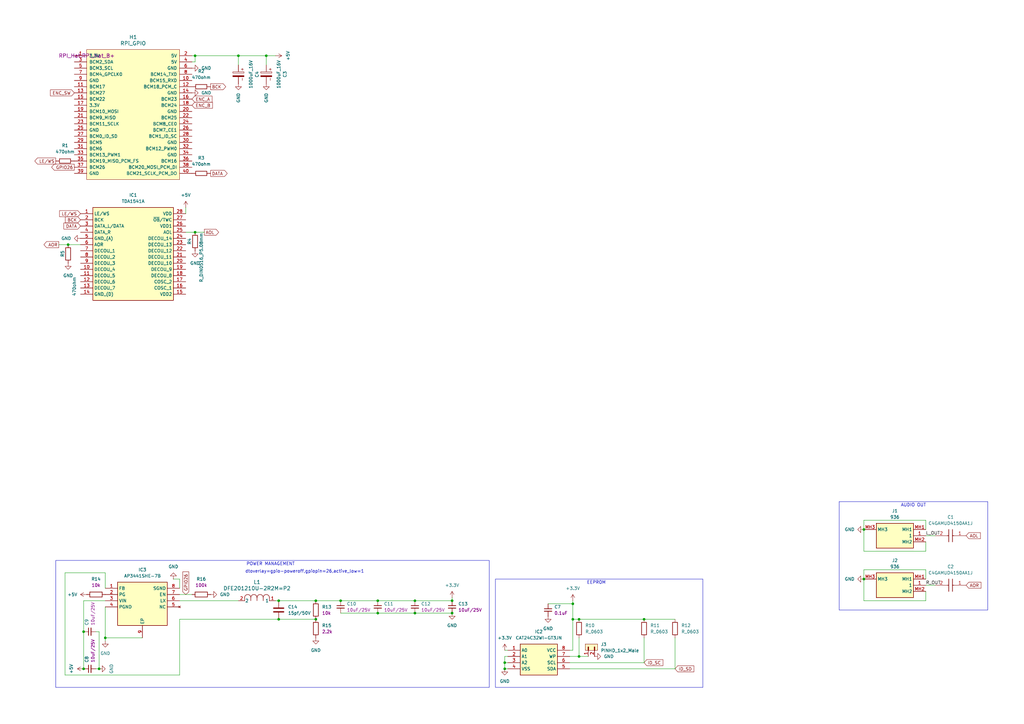
<source format=kicad_sch>
(kicad_sch (version 20231120) (generator "eeschema") (generator_version "8.0")
  (paper "A3")
  (lib_symbols
    (symbol "2024-11-03_19-57-49:DFE201210U-2R2M=P2" (pin_names (offset 0.254))
      (property "Reference" "L" (at 6.985 5.08 0))
      (property "Value" "DFE201210U-2R2M=P2" (at 6.985 -2.54 0))
      (symbol "DFE201210U-2R2M=P2_1_1"
        (polyline (pts (xy 2.54 0) (xy 2.54 1.27)) (stroke (width 0.2032)))
        (polyline (pts (xy 5.08 0) (xy 5.08 1.27)) (stroke (width 0.2032)))
        (polyline (pts (xy 7.62 0) (xy 7.62 1.27)) (stroke (width 0.2032)))
        (polyline (pts (xy 10.16 0) (xy 10.16 1.27)) (stroke (width 0.2032)))
        (polyline (pts (xy 12.7 0) (xy 12.7 1.27)) (stroke (width 0.2032)))
        (arc (start 5.08 1.27) (mid 3.81 2.5344) (end 2.54 1.27) (stroke (width 0.2032)))
        (arc (start 7.62 1.27) (mid 6.35 2.5344) (end 5.08 1.27) (stroke (width 0.2032)))
        (arc (start 10.16 1.27) (mid 8.89 2.5344) (end 7.62 1.27) (stroke (width 0.2032)))
        (arc (start 12.7 1.27) (mid 11.43 2.5344) (end 10.16 1.27) (stroke (width 0.2032)))
        (pin unspecified line (at 15.24 0 180) (length 2.54) (name "1") (number "1"))
        (pin unspecified line (at 0 0 0) (length 2.54) (name "2") (number "2"))
      )
      (symbol "DFE201210U-2R2M=P2_1_2"
        (arc (start -1.27 5.08) (mid -2.5344 3.81) (end -1.27 2.54) (stroke (width 0.2032)))
        (arc (start -1.27 7.62) (mid -2.5344 6.35) (end -1.27 5.08) (stroke (width 0.2032)))
        (arc (start -1.27 10.16) (mid -2.5344 8.89) (end -1.27 7.62) (stroke (width 0.2032)))
        (arc (start -1.27 12.7) (mid -2.5344 11.43) (end -1.27 10.16) (stroke (width 0.2032)))
        (polyline (pts (xy 0 2.54) (xy -1.27 2.54)) (stroke (width 0.2032)))
        (polyline (pts (xy 0 5.08) (xy -1.27 5.08)) (stroke (width 0.2032)))
        (polyline (pts (xy 0 7.62) (xy -1.27 7.62)) (stroke (width 0.2032)))
        (polyline (pts (xy 0 10.16) (xy -1.27 10.16)) (stroke (width 0.2032)))
        (polyline (pts (xy 0 12.7) (xy -1.27 12.7)) (stroke (width 0.2032)))
        (pin unspecified line (at 0 15.24 270) (length 2.54) (name "1") (number "1"))
        (pin unspecified line (at 0 0 90) (length 2.54) (name "2") (number "2"))
      )
    )
    (symbol "PCM_4ms_Capacitor:0.1uF_0603_16V" (pin_numbers hide) (pin_names (offset 0.254) hide)
      (property "Reference" "C" (at 1.905 1.27 0))
      (property "Display" "0.1uF" (at 1.905 -1.27 0))
      (symbol "0.1uF_0603_16V_0_1"
        (polyline (pts (xy -1.524 -0.508) (xy 1.524 -0.508)) (stroke (width 0.3302)))
        (polyline (pts (xy -1.524 0.508) (xy 1.524 0.508)) (stroke (width 0.3048)))
      )
      (symbol "0.1uF_0603_16V_1_1"
        (pin passive line (at 0 2.54 270) (length 2.032) (name "~") (number "1"))
        (pin passive line (at 0 -2.54 90) (length 2.032) (name "~") (number "2"))
      )
    )
    (symbol "PCM_4ms_Capacitor:10uF_0805_25V" (pin_numbers hide) (pin_names (offset 0.254) hide)
      (property "Reference" "C" (at 1.905 1.27 0))
      (property "Display" "10uF/25V" (at 1.905 -1.27 0))
      (symbol "10uF_0805_25V_0_1"
        (polyline (pts (xy -1.524 -0.508) (xy 1.524 -0.508)) (stroke (width 0.3302)))
        (polyline (pts (xy -1.524 0.508) (xy 1.524 0.508)) (stroke (width 0.3048)))
      )
      (symbol "10uF_0805_25V_1_1"
        (pin passive line (at 0 2.54 270) (length 2.032) (name "~") (number "1"))
        (pin passive line (at 0 -2.54 90) (length 2.032) (name "~") (number "2"))
      )
    )
    (symbol "PCM_4ms_Resistor:100k_0603" (pin_numbers hide) (pin_names (offset 0))
      (property "Reference" "R" (at 2.032 0 90))
      (property "Display" "100k" (at 3.81 0 90))
      (symbol "100k_0603_0_1"
        (rectangle (start -1.016 -2.54) (end 1.016 2.54) (stroke (width 0.254)))
      )
      (symbol "100k_0603_1_1"
        (pin passive line (at 0 3.81 270) (length 1.27) (name "~") (number "1"))
        (pin passive line (at 0 -3.81 90) (length 1.27) (name "~") (number "2"))
      )
    )
    (symbol "PCM_4ms_Resistor:10k_0603" (pin_numbers hide) (pin_names (offset 0))
      (property "Reference" "R" (at 2.032 0 90))
      (property "Display" "10k" (at 3.81 0 90))
      (symbol "10k_0603_0_1"
        (rectangle (start -1.016 -2.54) (end 1.016 2.54) (stroke (width 0.254)))
      )
      (symbol "10k_0603_1_1"
        (pin passive line (at 0 3.81 270) (length 1.27) (name "~") (number "1"))
        (pin passive line (at 0 -3.81 90) (length 1.27) (name "~") (number "2"))
      )
    )
    (symbol "PCM_4ms_Resistor:2.2k_0603" (pin_numbers hide) (pin_names (offset 0))
      (property "Reference" "R" (at 2.032 0 90))
      (property "Display" "2.2k" (at 3.81 0 90))
      (symbol "2.2k_0603_0_1"
        (rectangle (start -1.016 -2.54) (end 1.016 2.54) (stroke (width 0.254)))
      )
      (symbol "2.2k_0603_1_1"
        (pin passive line (at 0 3.81 270) (length 1.27) (name "~") (number "1"))
        (pin passive line (at 0 -3.81 90) (length 1.27) (name "~") (number "2"))
      )
    )
    (symbol "PCM_Capacitor_AKL:C_0603" (pin_numbers hide) (pin_names (offset 0.254))
      (property "Reference" "C" (at 0.635 2.54 0))
      (property "Value" "C_0603" (at 0.635 -2.54 0))
      (symbol "C_0603_0_1"
        (polyline (pts (xy -2.032 -0.762) (xy 2.032 -0.762)) (stroke (width 0.508)))
        (polyline (pts (xy -2.032 0.762) (xy 2.032 0.762)) (stroke (width 0.508)))
      )
      (symbol "C_0603_0_2"
        (polyline (pts (xy -2.54 -2.54) (xy -0.381 -0.381)))
        (polyline (pts (xy -0.508 -0.508) (xy -1.651 0.635)) (stroke (width 0.508)))
        (polyline (pts (xy -0.508 -0.508) (xy 0.635 -1.651)) (stroke (width 0.508)))
        (polyline (pts (xy 0.381 0.381) (xy 2.54 2.54)))
        (polyline (pts (xy 0.508 0.508) (xy -0.635 1.651)) (stroke (width 0.508)))
        (polyline (pts (xy 0.508 0.508) (xy 1.651 -0.635)) (stroke (width 0.508)))
      )
      (symbol "C_0603_1_1"
        (pin passive line (at 0 3.81 270) (length 2.794) (name "~") (number "1"))
        (pin passive line (at 0 -3.81 90) (length 2.794) (name "~") (number "2"))
      )
      (symbol "C_0603_1_2"
        (pin passive line (at 2.54 2.54 270) (length 0) (name "~") (number "1"))
        (pin passive line (at -2.54 -2.54 90) (length 0) (name "~") (number "2"))
      )
    )
    (symbol "PCM_Resistor_AKL:R_0603" (pin_numbers hide) (pin_names (offset 0))
      (property "Reference" "R" (at 2.54 1.27 0))
      (property "Value" "R_0603" (at 2.54 -1.27 0))
      (symbol "R_0603_0_1"
        (rectangle (start -1.016 2.54) (end 1.016 -2.54) (stroke (width 0.254)))
      )
      (symbol "R_0603_0_2"
        (polyline (pts (xy -2.54 -2.54) (xy -1.524 -1.524)))
        (polyline (pts (xy 1.524 1.524) (xy 2.54 2.54)))
        (polyline (pts (xy 1.524 1.524) (xy 0.889 2.159) (xy -2.159 -0.889) (xy -0.889 -2.159) (xy 2.159 0.889) (xy 1.524 1.524)) (stroke (width 0.254)))
      )
      (symbol "R_0603_1_1"
        (pin passive line (at 0 3.81 270) (length 1.27) (name "~") (number "1"))
        (pin passive line (at 0 -3.81 90) (length 1.27) (name "~") (number "2"))
      )
      (symbol "R_0603_1_2"
        (pin passive line (at 2.54 2.54 180) (length 0) (name "") (number "1"))
        (pin passive line (at -2.54 -2.54 0) (length 0) (name "") (number "2"))
      )
    )
    (symbol "PCM_Resistor_AKL:R_DIN0516_P5.08mm" (pin_numbers hide) (pin_names (offset 0))
      (property "Reference" "R" (at 2.54 1.27 0))
      (property "Value" "R_DIN0516_P5.08mm" (at 2.54 -1.27 0))
      (symbol "R_DIN0516_P5.08mm_0_1"
        (rectangle (start -1.016 2.54) (end 1.016 -2.54) (stroke (width 0.254)))
      )
      (symbol "R_DIN0516_P5.08mm_0_2"
        (polyline (pts (xy -2.54 -2.54) (xy -1.524 -1.524)))
        (polyline (pts (xy 1.524 1.524) (xy 2.54 2.54)))
        (polyline (pts (xy 1.524 1.524) (xy 0.889 2.159) (xy -2.159 -0.889) (xy -0.889 -2.159) (xy 2.159 0.889) (xy 1.524 1.524)) (stroke (width 0.254)))
      )
      (symbol "R_DIN0516_P5.08mm_1_1"
        (pin passive line (at 0 3.81 270) (length 1.27) (name "~") (number "1"))
        (pin passive line (at 0 -3.81 90) (length 1.27) (name "~") (number "2"))
      )
      (symbol "R_DIN0516_P5.08mm_1_2"
        (pin passive line (at 2.54 2.54 180) (length 0) (name "") (number "1"))
        (pin passive line (at -2.54 -2.54 0) (length 0) (name "") (number "2"))
      )
    )
    (symbol "PCM_SL_Capacitors:1000uF_16V"
      (property "Reference" "C" (at 0 7.62 0))
      (property "Value" "1000uF_16V" (at 0 5.08 0))
      (symbol "1000uF_16V_0_0"
        (text "+" (at -2.032 1.524 0) (effects (font (size 1.27 1.27))))
        (text "-" (at 2.032 1.524 0) (effects (font (size 1.27 1.27))))
      )
      (symbol "1000uF_16V_0_1"
        (rectangle (start -1.016 -2.286) (end -0.508 2.286))
        (rectangle (start 0.508 -2.286) (end 1.016 2.286) (fill (type outline)))
      )
      (symbol "1000uF_16V_1_1"
        (pin passive line (at -3.81 0 0) (length 2.7) (name "~") (number "1"))
        (pin input line (at 3.81 0 180) (length 2.7) (name "~") (number "2"))
      )
    )
    (symbol "PCM_SL_Pin_Headers:PINHD_1x2_Male"
      (property "Reference" "J" (at 0 6.35 0))
      (property "Value" "PINHD_1x2_Male" (at 0 3.81 0))
      (symbol "PINHD_1x2_Male_0_1"
        (rectangle (start -1.27 2.54) (end 1.27 -2.54) (fill (type background)))
        (polyline (pts (xy -1.27 -1.27) (xy 0 -1.27)) (stroke (width 0.3)))
        (polyline (pts (xy -1.27 -1.27) (xy 0 -1.27)) (stroke (width 0.5)))
        (polyline (pts (xy -1.27 1.27) (xy 0 1.27)) (stroke (width 0.3)))
        (polyline (pts (xy -1.27 1.27) (xy 0 1.27)) (stroke (width 0.5)))
      )
      (symbol "PINHD_1x2_Male_1_1"
        (pin passive line (at -3.81 1.27 0) (length 2.54) (name "") (number "1"))
        (pin passive line (at -3.81 -1.27 0) (length 2.54) (name "") (number "2"))
      )
    )
    (symbol "PCM_SL_Resistors:470ohm"
      (property "Reference" "R" (at 0 5.08 0))
      (property "Value" "470ohm" (at 0 2.54 0))
      (symbol "470ohm_0_1"
        (rectangle (start -2.286 0.889) (end 2.286 -0.889) (stroke (width 0.24)))
      )
      (symbol "470ohm_1_1"
        (pin passive line (at -3.81 0 0) (length 1.5) (name "") (number "1"))
        (pin passive line (at 3.81 0 180) (length 1.5) (name "~") (number "2"))
      )
    )
    (symbol "RPi_Hat:RPi_GPIO" (pin_names (offset 1.016))
      (property "Reference" "H" (at 19.05 6.35 0))
      (property "Value" "RPi_GPIO" (at 19.05 3.81 0))
      (property "Footprint" "RPI_Hat:RPI_Hat_B+" (at 0 0 0))
      (symbol "RPi_GPIO_1_1"
        (rectangle (start 0 2.54) (end 38.1 -50.8) (fill (type background)))
        (pin power_in line (at -5.08 0 0) (length 5.08) (name "3.3V") (number "1"))
        (pin bidirectional line (at 43.18 -10.16 180) (length 5.08) (name "BCM15_RXD") (number "10"))
        (pin bidirectional line (at -5.08 -12.7 0) (length 5.08) (name "BCM17") (number "11"))
        (pin bidirectional line (at 43.18 -12.7 180) (length 5.08) (name "BCM18_PCM_C") (number "12"))
        (pin bidirectional line (at -5.08 -15.24 0) (length 5.08) (name "BCM27") (number "13"))
        (pin power_in line (at 43.18 -15.24 180) (length 5.08) (name "GND") (number "14"))
        (pin bidirectional line (at -5.08 -17.78 0) (length 5.08) (name "BCM22") (number "15"))
        (pin bidirectional line (at 43.18 -17.78 180) (length 5.08) (name "BCM23") (number "16"))
        (pin power_in line (at -5.08 -20.32 0) (length 5.08) (name "3.3V") (number "17"))
        (pin bidirectional line (at 43.18 -20.32 180) (length 5.08) (name "BCM24") (number "18"))
        (pin bidirectional line (at -5.08 -22.86 0) (length 5.08) (name "BCM10_MOSI") (number "19"))
        (pin power_in line (at 43.18 0 180) (length 5.08) (name "5V") (number "2"))
        (pin power_in line (at 43.18 -22.86 180) (length 5.08) (name "GND") (number "20"))
        (pin bidirectional line (at -5.08 -25.4 0) (length 5.08) (name "BCM9_MISO") (number "21"))
        (pin bidirectional line (at 43.18 -25.4 180) (length 5.08) (name "BCM25") (number "22"))
        (pin bidirectional line (at -5.08 -27.94 0) (length 5.08) (name "BCM11_SCLK") (number "23"))
        (pin bidirectional line (at 43.18 -27.94 180) (length 5.08) (name "BCM8_CE0") (number "24"))
        (pin power_in line (at -5.08 -30.48 0) (length 5.08) (name "GND") (number "25"))
        (pin bidirectional line (at 43.18 -30.48 180) (length 5.08) (name "BCM7_CE1") (number "26"))
        (pin bidirectional line (at -5.08 -33.02 0) (length 5.08) (name "BCM0_ID_SD") (number "27"))
        (pin bidirectional line (at 43.18 -33.02 180) (length 5.08) (name "BCM1_ID_SC") (number "28"))
        (pin bidirectional line (at -5.08 -35.56 0) (length 5.08) (name "BCM5") (number "29"))
        (pin bidirectional line (at -5.08 -2.54 0) (length 5.08) (name "BCM2_SDA") (number "3"))
        (pin power_in line (at 43.18 -35.56 180) (length 5.08) (name "GND") (number "30"))
        (pin bidirectional line (at -5.08 -38.1 0) (length 5.08) (name "BCM6") (number "31"))
        (pin bidirectional line (at 43.18 -38.1 180) (length 5.08) (name "BCM12_PWM0") (number "32"))
        (pin bidirectional line (at -5.08 -40.64 0) (length 5.08) (name "BCM13_PWM1") (number "33"))
        (pin power_in line (at 43.18 -40.64 180) (length 5.08) (name "GND") (number "34"))
        (pin bidirectional line (at -5.08 -43.18 0) (length 5.08) (name "BCM19_MISO_PCM_FS") (number "35"))
        (pin bidirectional line (at 43.18 -43.18 180) (length 5.08) (name "BCM16") (number "36"))
        (pin bidirectional line (at -5.08 -45.72 0) (length 5.08) (name "BCM26") (number "37"))
        (pin bidirectional line (at 43.18 -45.72 180) (length 5.08) (name "BCM20_MOSI_PCM_DI") (number "38"))
        (pin power_in line (at -5.08 -48.26 0) (length 5.08) (name "GND") (number "39"))
        (pin power_in line (at 43.18 -2.54 180) (length 5.08) (name "5V") (number "4"))
        (pin bidirectional line (at 43.18 -48.26 180) (length 5.08) (name "BCM21_SCLK_PCM_DO") (number "40"))
        (pin bidirectional line (at -5.08 -5.08 0) (length 5.08) (name "BCM3_SCL") (number "5"))
        (pin power_in line (at 43.18 -5.08 180) (length 5.08) (name "GND") (number "6"))
        (pin bidirectional line (at -5.08 -7.62 0) (length 5.08) (name "BCM4_GPCLK0") (number "7"))
        (pin bidirectional line (at 43.18 -7.62 180) (length 5.08) (name "BCM14_TXD") (number "8"))
        (pin power_in line (at -5.08 -10.16 0) (length 5.08) (name "GND") (number "9"))
      )
    )
    (symbol "SamacSys_Parts:936"
      (property "Reference" "J" (at 21.59 7.62 0))
      (property "Value" "936" (at 21.59 5.08 0))
      (symbol "936_1_1"
        (rectangle (start 5.08 2.54) (end 20.32 -7.62) (stroke (width 0.254)) (fill (type background)))
        (pin passive line (at 25.4 -2.54 180) (length 5.08) (name "1") (number "1"))
        (pin passive line (at 25.4 0 180) (length 5.08) (name "MH1") (number "MH1"))
        (pin passive line (at 25.4 -5.08 180) (length 5.08) (name "MH2") (number "MH2"))
        (pin passive line (at 0 0 0) (length 5.08) (name "MH3") (number "MH3"))
      )
    )
    (symbol "SamacSys_Parts:AP3441SHE-7B"
      (property "Reference" "IC" (at 26.67 7.62 0))
      (property "Value" "AP3441SHE-7B" (at 26.67 5.08 0))
      (symbol "AP3441SHE-7B_1_1"
        (rectangle (start 5.08 2.54) (end 25.4 -15.24) (stroke (width 0.254)) (fill (type background)))
        (pin passive line (at 0 0 0) (length 5.08) (name "FB") (number "1"))
        (pin passive line (at 0 -2.54 0) (length 5.08) (name "PG") (number "2"))
        (pin passive line (at 0 -5.08 0) (length 5.08) (name "VIN") (number "3"))
        (pin passive line (at 0 -7.62 0) (length 5.08) (name "PGND") (number "4"))
        (pin no_connect line (at 30.48 -7.62 180) (length 5.08) (name "NC") (number "5"))
        (pin passive line (at 30.48 -5.08 180) (length 5.08) (name "LX") (number "6"))
        (pin passive line (at 30.48 -2.54 180) (length 5.08) (name "EN") (number "7"))
        (pin passive line (at 30.48 0 180) (length 5.08) (name "SGND") (number "8"))
        (pin passive line (at 15.24 -20.32 90) (length 5.08) (name "EP") (number "9"))
      )
    )
    (symbol "SamacSys_Parts:C4GAMUD4150AA1J" (pin_names hide)
      (property "Reference" "C" (at 8.89 6.35 0))
      (property "Value" "C4GAMUD4150AA1J" (at 8.89 3.81 0))
      (symbol "C4GAMUD4150AA1J_1_1"
        (polyline (pts (xy 5.08 0) (xy 5.588 0)) (stroke (width 0.254)))
        (polyline (pts (xy 5.588 2.54) (xy 5.588 -2.54)) (stroke (width 0.254)))
        (polyline (pts (xy 7.112 0) (xy 7.62 0)) (stroke (width 0.254)))
        (polyline (pts (xy 7.112 2.54) (xy 7.112 -2.54)) (stroke (width 0.254)))
        (pin passive line (at 0 0 0) (length 5.08) (name "+") (number "1"))
        (pin passive line (at 12.7 0 180) (length 5.08) (name "-") (number "2"))
      )
    )
    (symbol "SamacSys_Parts:CAT24C32WI-GT3JN"
      (property "Reference" "IC" (at 21.59 7.62 0))
      (property "Value" "CAT24C32WI-GT3JN" (at 21.59 5.08 0))
      (symbol "CAT24C32WI-GT3JN_1_1"
        (rectangle (start 5.08 2.54) (end 20.32 -10.16) (stroke (width 0.254)) (fill (type background)))
        (pin input line (at 0 0 0) (length 5.08) (name "A0") (number "1"))
        (pin input line (at 0 -2.54 0) (length 5.08) (name "A1") (number "2"))
        (pin input line (at 0 -5.08 0) (length 5.08) (name "A2") (number "3"))
        (pin power_in line (at 0 -7.62 0) (length 5.08) (name "VSS") (number "4"))
        (pin bidirectional line (at 25.4 -7.62 180) (length 5.08) (name "SDA") (number "5"))
        (pin input line (at 25.4 -5.08 180) (length 5.08) (name "SCL") (number "6"))
        (pin input line (at 25.4 -2.54 180) (length 5.08) (name "WP") (number "7"))
        (pin power_in line (at 25.4 0 180) (length 5.08) (name "VCC") (number "8"))
      )
    )
    (symbol "SamacSys_Parts:TDA1541A"
      (property "Reference" "IC" (at 39.37 7.62 0))
      (property "Value" "TDA1541A" (at 39.37 5.08 0))
      (symbol "TDA1541A_1_1"
        (rectangle (start 5.08 2.54) (end 38.1 -35.56) (stroke (width 0.254)) (fill (type background)))
        (pin passive line (at 0 0 0) (length 5.08) (name "LE/WS") (number "1"))
        (pin passive line (at 0 -22.86 0) (length 5.08) (name "DECOU_4") (number "10"))
        (pin passive line (at 0 -25.4 0) (length 5.08) (name "DECOU_5") (number "11"))
        (pin passive line (at 0 -27.94 0) (length 5.08) (name "DECOU_6") (number "12"))
        (pin passive line (at 0 -30.48 0) (length 5.08) (name "DECOU_7") (number "13"))
        (pin passive line (at 0 -33.02 0) (length 5.08) (name "GND_(D)") (number "14"))
        (pin passive line (at 43.18 -33.02 180) (length 5.08) (name "VDD2") (number "15"))
        (pin passive line (at 43.18 -30.48 180) (length 5.08) (name "COSC_1") (number "16"))
        (pin passive line (at 43.18 -27.94 180) (length 5.08) (name "COSC_2") (number "17"))
        (pin passive line (at 43.18 -25.4 180) (length 5.08) (name "DECOU_8") (number "18"))
        (pin passive line (at 43.18 -22.86 180) (length 5.08) (name "DECOU_9") (number "19"))
        (pin passive line (at 0 -2.54 0) (length 5.08) (name "BCK") (number "2"))
        (pin passive line (at 43.18 -20.32 180) (length 5.08) (name "DECOU_10") (number "20"))
        (pin passive line (at 43.18 -17.78 180) (length 5.08) (name "DECOU_11") (number "21"))
        (pin passive line (at 43.18 -15.24 180) (length 5.08) (name "DECOU_12") (number "22"))
        (pin passive line (at 43.18 -12.7 180) (length 5.08) (name "DECOU_13") (number "23"))
        (pin passive line (at 43.18 -10.16 180) (length 5.08) (name "DECOU_14") (number "24"))
        (pin passive line (at 43.18 -7.62 180) (length 5.08) (name "AOL") (number "25"))
        (pin passive line (at 43.18 -5.08 180) (length 5.08) (name "VDD1") (number "26"))
        (pin passive line (at 43.18 -2.54 180) (length 5.08) (name "~{OB}/TWC") (number "27"))
        (pin passive line (at 43.18 0 180) (length 5.08) (name "VDD") (number "28"))
        (pin passive line (at 0 -5.08 0) (length 5.08) (name "DATA_L/DATA") (number "3"))
        (pin passive line (at 0 -7.62 0) (length 5.08) (name "DATA_R") (number "4"))
        (pin passive line (at 0 -10.16 0) (length 5.08) (name "GND_(A)") (number "5"))
        (pin passive line (at 0 -12.7 0) (length 5.08) (name "AOR") (number "6"))
        (pin passive line (at 0 -15.24 0) (length 5.08) (name "DECOU_1") (number "7"))
        (pin passive line (at 0 -17.78 0) (length 5.08) (name "DECOU_2") (number "8"))
        (pin passive line (at 0 -20.32 0) (length 5.08) (name "DECOU_3") (number "9"))
      )
    )
    (symbol "power:+3.3V" (power) (pin_numbers hide) (pin_names (offset 0) hide)
      (property "Value" "+3.3V" (at 0 3.556 0))
      (symbol "+3.3V_0_1"
        (polyline (pts (xy -0.762 1.27) (xy 0 2.54)))
        (polyline (pts (xy 0 0) (xy 0 2.54)))
        (polyline (pts (xy 0 2.54) (xy 0.762 1.27)))
      )
      (symbol "+3.3V_1_1"
        (pin power_in line (at 0 0 90) (length 0) (name "~") (number "1"))
      )
    )
    (symbol "power:+5V" (power) (pin_numbers hide) (pin_names (offset 0) hide)
      (property "Value" "+5V" (at 0 3.556 0))
      (symbol "+5V_0_1"
        (polyline (pts (xy -0.762 1.27) (xy 0 2.54)))
        (polyline (pts (xy 0 0) (xy 0 2.54)))
        (polyline (pts (xy 0 2.54) (xy 0.762 1.27)))
      )
      (symbol "+5V_1_1"
        (pin power_in line (at 0 0 90) (length 0) (name "~") (number "1"))
      )
    )
    (symbol "power:GND" (power) (pin_numbers hide) (pin_names (offset 0) hide)
      (property "Value" "GND" (at 0 -3.81 0))
      (symbol "GND_0_1"
        (polyline (pts (xy 0 0) (xy 0 -1.27) (xy 1.27 -1.27) (xy 0 -2.54) (xy -1.27 -1.27) (xy 0 -1.27)))
      )
      (symbol "GND_1_1"
        (pin power_in line (at 0 0 270) (length 0) (name "~") (number "1"))
      )
    )
  )
  (junction (at 154.94 246.38))
  (junction (at 185.42 246.38))
  (junction (at 170.18 246.38))
  (junction (at 97.79 22.86))
  (junction (at 237.49 254))
  (junction (at 154.94 251.46))
  (junction (at 129.54 246.38))
  (junction (at 237.49 269.24))
  (junction (at 139.7 246.38))
  (junction (at 129.54 254))
  (junction (at 264.16 254))
  (junction (at 114.3 246.38))
  (junction (at 27.94 100.33))
  (junction (at 207.01 271.78))
  (junction (at 234.95 254))
  (junction (at 80.01 95.25))
  (junction (at 170.18 251.46))
  (junction (at 34.29 259.08))
  (junction (at 207.01 274.32))
  (junction (at 185.42 251.46))
  (junction (at 234.95 247.65))
  (junction (at 80.01 22.86))
  (junction (at 34.29 274.32))
  (junction (at 354.33 217.17))
  (junction (at 40.64 274.32))
  (junction (at 43.18 261.62))
  (junction (at 109.22 22.86))
  (junction (at 114.3 254))
  (junction (at 354.33 237.49))
  (wire (pts (xy 73.66 246.38) (xy 97.79 246.38)))
  (wire (pts (xy 379.73 222.25) (xy 379.73 226.06)))
  (wire (pts (xy 80.01 95.25) (xy 83.82 95.25)))
  (wire (pts (xy 207.01 271.78) (xy 207.01 274.32)))
  (wire (pts (xy 354.33 237.49) (xy 354.33 246.38)))
  (wire (pts (xy 237.49 254) (xy 264.16 254)))
  (wire (pts (xy 233.68 266.7) (xy 234.95 266.7)))
  (wire (pts (xy 276.86 274.32) (xy 276.86 261.62)))
  (wire (pts (xy 26.67 276.86) (xy 73.66 276.86)))
  (wire (pts (xy 207.01 269.24) (xy 207.01 271.78)))
  (wire (pts (xy 154.94 251.46) (xy 170.18 251.46)))
  (wire (pts (xy 97.79 26.67) (xy 97.79 22.86)))
  (wire (pts (xy 264.16 254) (xy 276.86 254)))
  (wire (pts (xy 34.29 274.32) (xy 34.29 259.08)))
  (wire (pts (xy 114.3 246.38) (xy 129.54 246.38)))
  (wire (pts (xy 234.95 247.65) (xy 234.95 254)))
  (wire (pts (xy 379.73 242.57) (xy 379.73 246.38)))
  (wire (pts (xy 129.54 246.38) (xy 139.7 246.38)))
  (wire (pts (xy 43.18 261.62) (xy 43.18 248.92)))
  (wire (pts (xy 207.01 274.32) (xy 208.28 274.32)))
  (wire (pts (xy 34.29 246.38) (xy 43.18 246.38)))
  (wire (pts (xy 40.64 259.08) (xy 39.37 259.08)))
  (wire (pts (xy 354.33 217.17) (xy 354.33 213.36)))
  (wire (pts (xy 26.67 234.95) (xy 26.67 276.86)))
  (wire (pts (xy 354.33 233.68) (xy 354.33 237.49)))
  (wire (pts (xy 170.18 246.38) (xy 185.42 246.38)))
  (wire (pts (xy 27.94 100.33) (xy 33.02 100.33)))
  (wire (pts (xy 234.95 246.38) (xy 234.95 247.65)))
  (wire (pts (xy 78.74 25.4) (xy 80.01 25.4)))
  (wire (pts (xy 24.13 100.33) (xy 27.94 100.33)))
  (wire (pts (xy 73.66 237.49) (xy 73.66 241.3)))
  (wire (pts (xy 34.29 259.08) (xy 34.29 246.38)))
  (wire (pts (xy 234.95 254) (xy 237.49 254)))
  (wire (pts (xy 43.18 234.95) (xy 26.67 234.95)))
  (wire (pts (xy 208.28 269.24) (xy 207.01 269.24)))
  (wire (pts (xy 109.22 22.86) (xy 97.79 22.86)))
  (wire (pts (xy 354.33 217.17) (xy 354.33 226.06)))
  (wire (pts (xy 233.68 269.24) (xy 237.49 269.24)))
  (wire (pts (xy 233.68 274.32) (xy 276.86 274.32)))
  (wire (pts (xy 234.95 247.65) (xy 224.79 247.65)))
  (wire (pts (xy 139.7 251.46) (xy 154.94 251.46)))
  (wire (pts (xy 80.01 22.86) (xy 80.01 25.4)))
  (wire (pts (xy 73.66 276.86) (xy 73.66 254)))
  (wire (pts (xy 379.73 213.36) (xy 379.73 217.17)))
  (wire (pts (xy 39.37 274.32) (xy 40.64 274.32)))
  (wire (pts (xy 71.12 237.49) (xy 73.66 237.49)))
  (wire (pts (xy 114.3 246.38) (xy 113.03 246.38)))
  (wire (pts (xy 73.66 243.84) (xy 78.74 243.84)))
  (wire (pts (xy 383.54 240.03) (xy 379.73 240.03)))
  (wire (pts (xy 234.95 254) (xy 234.95 266.7)))
  (wire (pts (xy 170.18 251.46) (xy 185.42 251.46)))
  (wire (pts (xy 43.18 261.62) (xy 58.42 261.62)))
  (wire (pts (xy 73.66 254) (xy 114.3 254)))
  (wire (pts (xy 154.94 246.38) (xy 170.18 246.38)))
  (wire (pts (xy 379.73 237.49) (xy 379.73 233.68)))
  (wire (pts (xy 114.3 254) (xy 129.54 254)))
  (wire (pts (xy 237.49 269.24) (xy 241.3 269.24)))
  (wire (pts (xy 237.49 269.24) (xy 237.49 261.62)))
  (wire (pts (xy 43.18 262.89) (xy 43.18 261.62)))
  (wire (pts (xy 207.01 271.78) (xy 208.28 271.78)))
  (wire (pts (xy 113.03 22.86) (xy 109.22 22.86)))
  (wire (pts (xy 233.68 271.78) (xy 264.16 271.78)))
  (wire (pts (xy 76.2 85.09) (xy 76.2 87.63)))
  (wire (pts (xy 76.2 95.25) (xy 80.01 95.25)))
  (wire (pts (xy 354.33 213.36) (xy 379.73 213.36)))
  (wire (pts (xy 43.18 241.3) (xy 43.18 234.95)))
  (wire (pts (xy 40.64 274.32) (xy 40.64 259.08)))
  (wire (pts (xy 354.33 246.38) (xy 379.73 246.38)))
  (wire (pts (xy 379.73 219.71) (xy 383.54 219.71)))
  (wire (pts (xy 78.74 22.86) (xy 80.01 22.86)))
  (wire (pts (xy 379.73 233.68) (xy 354.33 233.68)))
  (wire (pts (xy 207.01 266.7) (xy 208.28 266.7)))
  (wire (pts (xy 264.16 271.78) (xy 264.16 261.62)))
  (wire (pts (xy 109.22 26.67) (xy 109.22 22.86)))
  (wire (pts (xy 379.73 226.06) (xy 354.33 226.06)))
  (wire (pts (xy 80.01 22.86) (xy 97.79 22.86)))
  (wire (pts (xy 185.42 245.11) (xy 185.42 246.38)))
  (wire (pts (xy 139.7 246.38) (xy 154.94 246.38)))
  (rectangle (start 203.2 237.49) (end 288.29 281.94))
  (rectangle (start 344.17 205.74) (end 405.13 250.19))
  (rectangle (start 22.86 229.87) (end 200.66 281.94))
  (text "EEPROM" (at 244.602 239.014 0) (effects (font (size 1.27 1.27))))
  (text "dtoverlay=gpio-poweroff,gpiopin=26,active_low=1" (at 124.968 234.442 0) (effects (font (size 1.27 1.27))))
  (text "POWER MANAGEMENT" (at 110.998 231.394 0) (effects (font (size 1.27 1.27))))
  (text "AUDIO OUT" (at 374.65 207.264 0) (effects (font (size 1.27 1.27))))
  (label "R_OUT" (at 379.73 240.03 0))
  (label "L_OUT" (at 379.73 219.71 0))
  (global_label "AOR" (shape output) (at 24.13 100.33 180) (property "Intersheetrefs" "${INTERSHEET_REFS}" (effects (hide yes))))
  (global_label "GPIO26" (shape output) (at 30.48 68.58 180) (property "Intersheetrefs" "${INTERSHEET_REFS}" (effects (hide yes))))
  (global_label "ENC_SW" (shape input) (at 30.48 38.1 180) (property "Intersheetrefs" "${INTERSHEET_REFS}" (effects (hide yes))))
  (global_label "LE{slash}WS" (shape output) (at 22.86 66.04 180) (property "Intersheetrefs" "${INTERSHEET_REFS}" (effects (hide yes))))
  (global_label "DATA" (shape output) (at 86.36 71.12 0) (property "Intersheetrefs" "${INTERSHEET_REFS}" (effects (hide yes))))
  (global_label "AOL" (shape output) (at 83.82 95.25 0) (property "Intersheetrefs" "${INTERSHEET_REFS}" (effects (hide yes))))
  (global_label "ID_SC" (shape input) (at 264.16 271.78 0) (property "Intersheetrefs" "${INTERSHEET_REFS}" (effects (hide yes))))
  (global_label "AOL" (shape input) (at 396.24 219.71 0) (property "Intersheetrefs" "${INTERSHEET_REFS}" (effects (hide yes))))
  (global_label "ENC_A" (shape input) (at 78.74 40.64 0) (property "Intersheetrefs" "${INTERSHEET_REFS}" (effects (hide yes))))
  (global_label "BCK" (shape output) (at 86.36 35.56 0) (property "Intersheetrefs" "${INTERSHEET_REFS}" (effects (hide yes))))
  (global_label "ID_SD" (shape input) (at 276.86 274.32 0) (property "Intersheetrefs" "${INTERSHEET_REFS}" (effects (hide yes))))
  (global_label "BCK" (shape input) (at 33.02 90.17 180) (property "Intersheetrefs" "${INTERSHEET_REFS}" (effects (hide yes))))
  (global_label "LE{slash}WS" (shape input) (at 33.02 87.63 180) (property "Intersheetrefs" "${INTERSHEET_REFS}" (effects (hide yes))))
  (global_label "ENC_B" (shape input) (at 78.74 43.18 0) (property "Intersheetrefs" "${INTERSHEET_REFS}" (effects (hide yes))))
  (global_label "DATA" (shape input) (at 33.02 92.71 180) (property "Intersheetrefs" "${INTERSHEET_REFS}" (effects (hide yes))))
  (global_label "GPIO26" (shape input) (at 76.2 243.84 90) (property "Intersheetrefs" "${INTERSHEET_REFS}" (effects (hide yes))))
  (global_label "AOR" (shape input) (at 396.24 240.03 0) (property "Intersheetrefs" "${INTERSHEET_REFS}" (effects (hide yes))))
  (symbol (lib_id "power:+3.3V") (at 207.01 266.7 0) (unit 1)
    (property "Reference" "#PWR018" (effects (hide yes)))
    (property "Value" "+3.3V" (at 207.01 261.62 0))
    (property "Description" "Power symbol creates a global label with name \"+3.3V\"" (effects (hide yes)))
  )
  (symbol (lib_id "PCM_4ms_Resistor:10k_0603") (at 129.54 250.19 0) (unit 1)
    (property "Reference" "R13" (at 132.08 248.9199 0) (effects (justify left)))
    (property "Value" "10k_0603" (effects (hide yes)))
    (property "Footprint" "PCM_Resistor_SMD_AKL:R_0603_1608Metric" (effects (hide yes)))
    (property "Description" "10K, 1%, 1/10W, 0603" (effects (hide yes)))
    (property "Specifications" "10K, 1%, 1/10W, 0603" (effects (hide yes)))
    (property "Manufacturer" "Yageo" (effects (hide yes)))
    (property "Part Number" "RC0603FR-0710KL" (effects (hide yes)))
    (property "Display" "10k" (at 132.08 251.4599 0) (effects (justify left)))
    (property "JLCPCB ID" "C25804" (effects (hide yes)))
  )
  (symbol (lib_id "PCM_SL_Resistors:470ohm") (at 26.67 66.04 0) (unit 1)
    (property "Reference" "R1" (at 26.67 59.69 0))
    (property "Value" "470ohm" (at 26.67 62.23 0))
    (property "Footprint" "Resistor_THT:R_Axial_DIN0207_L6.3mm_D2.5mm_P10.16mm_Horizontal" (effects (hide yes)))
    (property "Description" "470Ω, 1/4W Resistor" (effects (hide yes)))
  )
  (symbol (lib_id "PCM_4ms_Capacitor:10uF_0805_25V") (at 139.7 248.92 0) (unit 1)
    (property "Reference" "C10" (at 142.24 247.6562 0) (effects (justify left)))
    (property "Value" "10uF_0805_25V" (effects (hide yes)))
    (property "Footprint" "Capacitor_SMD:C_0603_1608Metric" (effects (hide yes)))
    (property "Description" "10uF, Min. 25V, X5R/X6S/X7R/X7S, 0805, MLCC" (effects (hide yes)))
    (property "Specifications" "10uF, Min. 25V, X5R/X6S/X7R/X7S, 0805, MLCC" (effects (hide yes)))
    (property "Manufacturer" "Murata" (effects (hide yes)))
    (property "Part Number" "GRM21BR61E106MA73L" (effects (hide yes)))
    (property "Display" "10uF/25V" (at 142.24 250.1962 0) (effects (justify left)))
    (property "JLCPCB ID" "C15850" (effects (hide yes)))
  )
  (symbol (lib_id "power:GND") (at 80.01 102.87 0) (unit 1)
    (property "Reference" "#PWR07" (effects (hide yes)))
    (property "Value" "GND" (at 80.01 107.95 0))
    (property "Description" "Power symbol creates a global label with name \"GND\" , ground" (effects (hide yes)))
  )
  (symbol (lib_id "PCM_SL_Resistors:470ohm") (at 82.55 35.56 180) (unit 1)
    (property "Reference" "R2" (at 82.55 29.21 0))
    (property "Value" "470ohm" (at 82.55 31.75 0))
    (property "Footprint" "Resistor_THT:R_Axial_DIN0207_L6.3mm_D2.5mm_P10.16mm_Horizontal" (effects (hide yes)))
    (property "Description" "470Ω, 1/4W Resistor" (effects (hide yes)))
  )
  (symbol (lib_id "PCM_4ms_Capacitor:10uF_0805_25V") (at 154.94 248.92 0) (unit 1)
    (property "Reference" "C11" (at 157.48 247.6562 0) (effects (justify left)))
    (property "Value" "10uF_0805_25V" (effects (hide yes)))
    (property "Footprint" "Capacitor_SMD:C_0603_1608Metric" (effects (hide yes)))
    (property "Description" "10uF, Min. 25V, X5R/X6S/X7R/X7S, 0805, MLCC" (effects (hide yes)))
    (property "Specifications" "10uF, Min. 25V, X5R/X6S/X7R/X7S, 0805, MLCC" (effects (hide yes)))
    (property "Manufacturer" "Murata" (effects (hide yes)))
    (property "Part Number" "GRM21BR61E106MA73L" (effects (hide yes)))
    (property "Display" "10uF/25V" (at 157.48 250.1962 0) (effects (justify left)))
    (property "JLCPCB ID" "C15850" (effects (hide yes)))
  )
  (symbol (lib_id "power:GND") (at 71.12 237.49 180) (unit 1)
    (property "Reference" "#PWR027" (effects (hide yes)))
    (property "Value" "GND" (at 71.12 232.41 0))
    (property "Description" "Power symbol creates a global label with name \"GND\" , ground" (effects (hide yes)))
  )
  (symbol (lib_id "PCM_Resistor_AKL:R_DIN0516_P5.08mm") (at 80.01 99.06 180) (unit 1)
    (property "Reference" "R4" (at 77.724 100.33 90) (effects (justify right)))
    (property "Value" "R_DIN0516_P5.08mm" (at 82.55 115.824 90) (effects (justify right)))
    (property "Footprint" "PCM_Resistor_THT_AKL:R_Axial_DIN0516_L15.5mm_D5.0mm_P5.08mm_Vertical" (effects (hide yes)))
    (property "Description" "THT 0516 Resistor, 5.08mm Pin Pitch, European Symbol, Alternate KiCad Library" (effects (hide yes)))
  )
  (symbol (lib_id "SamacSys_Parts:TDA1541A") (at 33.02 87.63 0) (unit 1)
    (property "Reference" "IC1" (at 54.61 80.01 0))
    (property "Value" "TDA1541A" (at 54.61 82.55 0))
    (property "Footprint" "DIP1652W53P254L3550H510Q28N" (effects (hide yes)))
    (property "Datasheet" "http://lampizator.eu/LAMPIZATOR/LINKS%20AND%20DOWNLOADS/DATAMINING/tda%201541A.pdf" (effects (hide yes)))
    (property "Description" "Stereo high performance 16-bit DAC" (effects (hide yes)))
    (property "Height" "5.1" (effects (hide yes)))
    (property "Manufacturer_Name" "NXP" (effects (hide yes)))
    (property "Manufacturer_Part_Number" "TDA1541A" (effects (hide yes)))
  )
  (symbol (lib_id "power:+5V") (at 35.56 243.84 90) (unit 1)
    (property "Reference" "#PWR026" (effects (hide yes)))
    (property "Value" "+5V" (at 31.75 243.8399 90) (effects (justify left)))
    (property "Description" "Power symbol creates a global label with name \"+5V\"" (effects (hide yes)))
  )
  (symbol (lib_id "power:+5V") (at 34.29 274.32 90) (unit 1)
    (property "Reference" "#PWR022" (effects (hide yes)))
    (property "Value" "+5V" (at 29.21 274.32 0))
    (property "Description" "Power symbol creates a global label with name \"+5V\"" (effects (hide yes)))
  )
  (symbol (lib_id "PCM_4ms_Capacitor:10uF_0805_25V") (at 36.83 259.08 90) (unit 1)
    (property "Reference" "C9" (at 35.5662 256.54 0) (effects (justify left)))
    (property "Value" "10uF_0805_25V" (effects (hide yes)))
    (property "Footprint" "Capacitor_SMD:C_0603_1608Metric" (effects (hide yes)))
    (property "Description" "10uF, Min. 25V, X5R/X6S/X7R/X7S, 0805, MLCC" (effects (hide yes)))
    (property "Specifications" "10uF, Min. 25V, X5R/X6S/X7R/X7S, 0805, MLCC" (effects (hide yes)))
    (property "Manufacturer" "Murata" (effects (hide yes)))
    (property "Part Number" "GRM21BR61E106MA73L" (effects (hide yes)))
    (property "Display" "10uF/25V" (at 38.1062 256.54 0) (effects (justify left)))
    (property "JLCPCB ID" "C15850" (effects (hide yes)))
  )
  (symbol (lib_id "PCM_4ms_Capacitor:10uF_0805_25V") (at 36.83 274.32 90) (unit 1)
    (property "Reference" "C8" (at 35.5662 271.78 0) (effects (justify left)))
    (property "Value" "10uF_0805_25V" (effects (hide yes)))
    (property "Footprint" "Capacitor_SMD:C_0603_1608Metric" (effects (hide yes)))
    (property "Description" "10uF, Min. 25V, X5R/X6S/X7R/X7S, 0805, MLCC" (effects (hide yes)))
    (property "Specifications" "10uF, Min. 25V, X5R/X6S/X7R/X7S, 0805, MLCC" (effects (hide yes)))
    (property "Manufacturer" "Murata" (effects (hide yes)))
    (property "Part Number" "GRM21BR61E106MA73L" (effects (hide yes)))
    (property "Display" "10uF/25V" (at 38.1062 271.78 0) (effects (justify left)))
    (property "JLCPCB ID" "C15850" (effects (hide yes)))
  )
  (symbol (lib_id "PCM_Resistor_AKL:R_0603") (at 276.86 257.81 0) (unit 1)
    (property "Reference" "R12" (at 279.4 256.5399 0) (effects (justify left)))
    (property "Value" "R_0603" (at 279.4 259.0799 0) (effects (justify left)))
    (property "Footprint" "PCM_Resistor_SMD_AKL:R_0603_1608Metric" (effects (hide yes)))
    (property "Description" "SMD 0603 Chip Resistor, European Symbol, Alternate KiCad Library" (effects (hide yes)))
  )
  (symbol (lib_id "PCM_4ms_Capacitor:10uF_0805_25V") (at 170.18 248.92 0) (unit 1)
    (property "Reference" "C12" (at 172.72 247.6562 0) (effects (justify left)))
    (property "Value" "10uF_0805_25V" (effects (hide yes)))
    (property "Footprint" "Capacitor_SMD:C_0603_1608Metric" (effects (hide yes)))
    (property "Description" "10uF, Min. 25V, X5R/X6S/X7R/X7S, 0805, MLCC" (effects (hide yes)))
    (property "Specifications" "10uF, Min. 25V, X5R/X6S/X7R/X7S, 0805, MLCC" (effects (hide yes)))
    (property "Manufacturer" "Murata" (effects (hide yes)))
    (property "Part Number" "GRM21BR61E106MA73L" (effects (hide yes)))
    (property "Display" "10uF/25V" (at 172.72 250.1962 0) (effects (justify left)))
    (property "JLCPCB ID" "C15850" (effects (hide yes)))
  )
  (symbol (lib_id "PCM_SL_Pin_Headers:PINHD_1x2_Male") (at 242.57 265.43 90) (unit 1)
    (property "Reference" "J3" (at 246.38 264.2849 90) (effects (justify right)))
    (property "Value" "PINHD_1x2_Male" (at 246.38 266.8249 90) (effects (justify right)))
    (property "Footprint" "Connector_PinHeader_2.54mm:PinHeader_1x02_P2.54mm_Vertical" (effects (hide yes)))
    (property "Description" "Pin Header male with pin space 2.54mm. Pin Count -2" (effects (hide yes)))
  )
  (symbol (lib_id "power:GND") (at 109.22 34.29 0) (unit 1)
    (property "Reference" "#PWR011" (effects (hide yes)))
    (property "Value" "GND" (at 109.2201 38.1 90) (effects (justify right)))
    (property "Description" "Power symbol creates a global label with name \"GND\" , ground" (effects (hide yes)))
  )
  (symbol (lib_id "power:+3.3V") (at 185.42 245.11 0) (unit 1)
    (property "Reference" "#PWR030" (effects (hide yes)))
    (property "Value" "+3.3V" (at 185.42 240.03 0))
    (property "Description" "Power symbol creates a global label with name \"+3.3V\"" (effects (hide yes)))
  )
  (symbol (lib_id "SamacSys_Parts:AP3441SHE-7B") (at 43.18 241.3 0) (unit 1)
    (property "Reference" "IC3" (at 58.42 233.68 0))
    (property "Value" "AP3441SHE-7B" (at 58.42 236.22 0))
    (property "Footprint" "SamacSys_Parts:SON50P201X201X60-9N-D" (effects (hide yes)))
    (property "Datasheet" "https://www.diodes.com//assets/Datasheets/AP3441-L.pdf" (effects (hide yes)))
    (property "Description" "Switching Voltage Regulators DCDC Conv LV Buck" (effects (hide yes)))
    (property "Height" "0.6" (effects (hide yes)))
    (property "Manufacturer_Name" "Diodes Incorporated" (effects (hide yes)))
    (property "Manufacturer_Part_Number" "AP3441SHE-7B" (effects (hide yes)))
  )
  (symbol (lib_id "PCM_4ms_Capacitor:0.1uF_0603_16V") (at 224.79 250.19 0) (unit 1)
    (property "Reference" "C7" (at 227.33 248.9262 0) (effects (justify left)))
    (property "Value" "0.1uF_0603_16V" (effects (hide yes)))
    (property "Footprint" "Capacitor_SMD:C_0603_1608Metric" (effects (hide yes)))
    (property "Description" "0.1uF, Min. 16V 10%, X7R or X5R or similar" (effects (hide yes)))
    (property "Specifications" "0.1uF, Min. 16V 10%, X7R or X5R or similar" (effects (hide yes)))
    (property "Manufacturer" "AVX Corporation" (effects (hide yes)))
    (property "Part Number" "0603YC104KAT2A" (effects (hide yes)))
    (property "Display" "0.1uF" (at 227.33 251.4662 0) (effects (justify left)))
    (property "JLCPCB ID" "C14663" (effects (hide yes)))
  )
  (symbol (lib_id "power:GND") (at 185.42 251.46 0) (unit 1)
    (property "Reference" "#PWR029" (effects (hide yes)))
    (property "Value" "GND" (at 185.42 256.54 0))
    (property "Description" "Power symbol creates a global label with name \"GND\" , ground" (effects (hide yes)))
  )
  (symbol (lib_id "PCM_4ms_Capacitor:10uF_0805_25V") (at 185.42 248.92 0) (unit 1)
    (property "Reference" "C13" (at 187.96 247.6562 0) (effects (justify left)))
    (property "Value" "10uF_0805_25V" (effects (hide yes)))
    (property "Footprint" "Capacitor_SMD:C_0603_1608Metric" (effects (hide yes)))
    (property "Description" "10uF, Min. 25V, X5R/X6S/X7R/X7S, 0805, MLCC" (effects (hide yes)))
    (property "Specifications" "10uF, Min. 25V, X5R/X6S/X7R/X7S, 0805, MLCC" (effects (hide yes)))
    (property "Manufacturer" "Murata" (effects (hide yes)))
    (property "Part Number" "GRM21BR61E106MA73L" (effects (hide yes)))
    (property "Display" "10uF/25V" (at 187.96 250.1962 0) (effects (justify left)))
    (property "JLCPCB ID" "C15850" (effects (hide yes)))
  )
  (symbol (lib_id "power:GND") (at 43.18 262.89 0) (unit 1)
    (property "Reference" "#PWR024" (effects (hide yes)))
    (property "Value" "GND" (at 43.18 267.97 0))
    (property "Description" "Power symbol creates a global label with name \"GND\" , ground" (effects (hide yes)))
  )
  (symbol (lib_id "2024-11-03_19-57-49:DFE201210U-2R2M=P2") (at 97.79 246.38 0) (unit 1)
    (property "Reference" "L1" (at 105.41 238.76 0) (effects (font (size 1.524 1.524))))
    (property "Value" "DFE201210U-2R2M=P2" (at 105.41 241.3 0) (effects (font (size 1.524 1.524))))
    (property "Footprint" "footprints:IND_DFE201210U-2R2M=P2_MUR" (effects (hide yes)))
    (property "Datasheet" "DFE201210U-2R2M=P2" (effects (hide yes)))
  )
  (symbol (lib_id "power:GND") (at 33.02 97.79 270) (unit 1)
    (property "Reference" "#PWR09" (effects (hide yes)))
    (property "Value" "GND" (at 29.21 97.7899 90) (effects (justify right)))
    (property "Description" "Power symbol creates a global label with name \"GND\" , ground" (effects (hide yes)))
  )
  (symbol (lib_id "power:GND") (at 86.36 243.84 90) (unit 1)
    (property "Reference" "#PWR023" (effects (hide yes)))
    (property "Value" "GND" (at 90.17 243.8399 90) (effects (justify right)))
    (property "Description" "Power symbol creates a global label with name \"GND\" , ground" (effects (hide yes)))
  )
  (symbol (lib_id "PCM_4ms_Resistor:2.2k_0603") (at 129.54 257.81 0) (unit 1)
    (property "Reference" "R15" (at 132.08 256.5399 0) (effects (justify left)))
    (property "Value" "2.2k_0603" (effects (hide yes)))
    (property "Footprint" "PCM_Resistor_SMD_AKL:R_0603_1608Metric" (effects (hide yes)))
    (property "Description" "2.2k, 1%, 1/10W, 0603" (effects (hide yes)))
    (property "Specifications" "2.2k, 1%, 1/10W, 0603" (effects (hide yes)))
    (property "Manufacturer" "Yageo" (effects (hide yes)))
    (property "Part Number" "RC0603FR-072K2L" (effects (hide yes)))
    (property "Display" "2.2k" (at 132.08 259.0799 0) (effects (justify left)))
    (property "JLCPCB ID" "C4190" (effects (hide yes)))
  )
  (symbol (lib_id "SamacSys_Parts:936") (at 354.33 217.17 0) (unit 1)
    (property "Reference" "J1" (at 367.03 209.55 0))
    (property "Value" "936" (at 367.03 212.09 0))
    (property "Footprint" "936" (effects (hide yes)))
    (property "Datasheet" "https://www.keyelco.com/product-pdf.cfm?p=3142" (effects (hide yes)))
    (property "Description" "RCA Phono Connectors WH Snapfit 90deg PC Gold Plate .571x.465" (effects (hide yes)))
    (property "Height" "12.06" (effects (hide yes)))
    (property "Manufacturer_Name" "Keystone Electronics" (effects (hide yes)))
    (property "Manufacturer_Part_Number" "936" (effects (hide yes)))
    (property "Allied_Number" "70833968" (effects (hide yes)))
  )
  (symbol (lib_id "PCM_4ms_Resistor:100k_0603") (at 82.55 243.84 270) (unit 1)
    (property "Reference" "R16" (at 82.55 237.49 90))
    (property "Value" "100k_0603" (effects (hide yes)))
    (property "Footprint" "PCM_Resistor_SMD_AKL:R_0603_1608Metric" (effects (hide yes)))
    (property "Description" "100K, 1%, 1/10W, 0603" (effects (hide yes)))
    (property "Specifications" "100K, 1%, 1/10W, 0603" (effects (hide yes)))
    (property "Manufacturer" "Yageo" (effects (hide yes)))
    (property "Part Number" "RC0603FR-07100KL" (effects (hide yes)))
    (property "Display" "100k" (at 82.55 240.03 90))
    (property "JLCPCB ID" "C25803" (effects (hide yes)))
  )
  (symbol (lib_id "SamacSys_Parts:936") (at 354.33 237.49 0) (unit 1)
    (property "Reference" "J2" (at 367.03 229.87 0))
    (property "Value" "936" (at 367.03 232.41 0))
    (property "Footprint" "936" (effects (hide yes)))
    (property "Datasheet" "https://www.keyelco.com/product-pdf.cfm?p=3142" (effects (hide yes)))
    (property "Description" "RCA Phono Connectors WH Snapfit 90deg PC Gold Plate .571x.465" (effects (hide yes)))
    (property "Height" "12.06" (effects (hide yes)))
    (property "Manufacturer_Name" "Keystone Electronics" (effects (hide yes)))
    (property "Manufacturer_Part_Number" "936" (effects (hide yes)))
    (property "Allied_Number" "70833968" (effects (hide yes)))
  )
  (symbol (lib_id "power:GND") (at 78.74 38.1 90) (unit 1)
    (property "Reference" "#PWR03" (effects (hide yes)))
    (property "Value" "GND" (at 82.55 38.0999 90) (effects (justify right)))
    (property "Description" "Power symbol creates a global label with name \"GND\" , ground" (effects (hide yes)))
  )
  (symbol (lib_id "power:+3.3V") (at 234.95 246.38 0) (unit 1)
    (property "Reference" "#PWR019" (effects (hide yes)))
    (property "Value" "+3.3V" (at 234.95 241.3 0))
    (property "Description" "Power symbol creates a global label with name \"+3.3V\"" (effects (hide yes)))
  )
  (symbol (lib_id "PCM_Resistor_AKL:R_0603") (at 264.16 257.81 0) (unit 1)
    (property "Reference" "R11" (at 266.7 256.5399 0) (effects (justify left)))
    (property "Value" "R_0603" (at 266.7 259.0799 0) (effects (justify left)))
    (property "Footprint" "PCM_Resistor_SMD_AKL:R_0603_1608Metric" (effects (hide yes)))
    (property "Description" "SMD 0603 Chip Resistor, European Symbol, Alternate KiCad Library" (effects (hide yes)))
  )
  (symbol (lib_id "power:GND") (at 354.33 217.17 270) (unit 1)
    (property "Reference" "#PWR05" (effects (hide yes)))
    (property "Value" "GND" (at 350.52 217.1699 90) (effects (justify right)))
    (property "Description" "Power symbol creates a global label with name \"GND\" , ground" (effects (hide yes)))
  )
  (symbol (lib_id "SamacSys_Parts:C4GAMUD4150AA1J") (at 396.24 240.03 180) (unit 1)
    (property "Reference" "C2" (at 389.89 232.41 0))
    (property "Value" "C4GAMUD4150AA1J" (at 389.89 234.95 0))
    (property "Footprint" "CAPPA14200W120L4400D2450" (effects (hide yes)))
    (property "Datasheet" "https://content.kemet.com/datasheets/KEM_F3040_C4G_AXIAL.pdf" (effects (hide yes)))
    (property "Description" "C4G, Film, Metallized Polypropylene, Power, 1.5 uF, 5%, 450 VAC, 850 VDC, 85C, -40C, 70C, 0.05 % , 140 V/us, 19 g, 24.5mm, 44mm, 40mm, 1.2mm, 70" (effects (hide yes)))
    (property "RS Part Number" "3847846" (effects (hide yes)))
    (property "RS Price/Stock" "https://uk.rs-online.com/web/p/products/3847846" (effects (hide yes)))
    (property "Manufacturer_Name" "KEMET" (effects (hide yes)))
    (property "Manufacturer_Part_Number" "C4GAMUD4150AA1J" (effects (hide yes)))
  )
  (symbol (lib_id "power:GND") (at 97.79 34.29 0) (unit 1)
    (property "Reference" "#PWR012" (effects (hide yes)))
    (property "Value" "GND" (at 97.7901 38.1 90) (effects (justify right)))
    (property "Description" "Power symbol creates a global label with name \"GND\" , ground" (effects (hide yes)))
  )
  (symbol (lib_id "RPi_Hat:RPi_GPIO") (at 35.56 22.86 0) (unit 1)
    (property "Reference" "H1" (at 54.61 15.24 0) (effects (font (size 1.524 1.524))))
    (property "Value" "RPi_GPIO" (at 54.61 17.78 0) (effects (font (size 1.524 1.524))))
    (property "Footprint" "RPI_Hat:RPI_Hat_B+" (at 35.56 22.86 0) (effects (font (size 1.524 1.524))))
  )
  (symbol (lib_id "SamacSys_Parts:CAT24C32WI-GT3JN") (at 208.28 266.7 0) (unit 1)
    (property "Reference" "IC2" (at 220.98 259.08 0))
    (property "Value" "CAT24C32WI-GT3JN" (at 220.98 261.62 0))
    (property "Footprint" "SOIC127P600X175-8N" (effects (hide yes)))
    (property "Datasheet" "http://www.onsemi.com/pub_link/Collateral/CAT24C32-D.PDF" (effects (hide yes)))
    (property "Description" "EEPROM 32KB I2C SER EEPROM" (effects (hide yes)))
    (property "Height" "1.75" (effects (hide yes)))
    (property "Manufacturer_Name" "onsemi" (effects (hide yes)))
    (property "Manufacturer_Part_Number" "CAT24C32WI-GT3JN" (effects (hide yes)))
  )
  (symbol (lib_id "power:GND") (at 243.84 269.24 90) (unit 1)
    (property "Reference" "#PWR020" (effects (hide yes)))
    (property "Value" "GND" (at 247.65 269.2399 90) (effects (justify right)))
    (property "Description" "Power symbol creates a global label with name \"GND\" , ground" (effects (hide yes)))
  )
  (symbol (lib_id "PCM_Resistor_AKL:R_DIN0516_P5.08mm") (at 27.94 104.14 0) (unit 1)
    (property "Reference" "R5" (at 25.654 105.41 90) (effects (justify left)))
    (property "Value" "470ohm" (at 30.48 121.412 90) (effects (justify left)))
    (property "Footprint" "PCM_Resistor_THT_AKL:R_Axial_DIN0516_L15.5mm_D5.0mm_P5.08mm_Vertical" (effects (hide yes)))
    (property "Description" "THT 0516 Resistor, 5.08mm Pin Pitch, European Symbol, Alternate KiCad Library" (effects (hide yes)))
  )
  (symbol (lib_id "PCM_4ms_Resistor:10k_0603") (at 39.37 243.84 90) (unit 1)
    (property "Reference" "R14" (at 39.37 237.49 90))
    (property "Value" "10k_0603" (effects (hide yes)))
    (property "Footprint" "PCM_Resistor_SMD_AKL:R_0603_1608Metric" (effects (hide yes)))
    (property "Description" "10K, 1%, 1/10W, 0603" (effects (hide yes)))
    (property "Specifications" "10K, 1%, 1/10W, 0603" (effects (hide yes)))
    (property "Manufacturer" "Yageo" (effects (hide yes)))
    (property "Part Number" "RC0603FR-0710KL" (effects (hide yes)))
    (property "Display" "10k" (at 39.37 240.03 90))
    (property "JLCPCB ID" "C25804" (effects (hide yes)))
  )
  (symbol (lib_id "PCM_SL_Capacitors:1000uF_16V") (at 109.22 30.48 270) (unit 1)
    (property "Reference" "C3" (at 116.84 30.48 0))
    (property "Value" "1000uF_16V" (at 114.3 30.48 0))
    (property "Footprint" "Capacitor_THT:CP_Radial_D10.0mm_P5.00mm" (effects (hide yes)))
    (property "Description" "1000uF, 16V Electrolytic Capacitor" (effects (hide yes)))
  )
  (symbol (lib_id "power:GND") (at 224.79 252.73 0) (unit 1)
    (property "Reference" "#PWR021" (effects (hide yes)))
    (property "Value" "GND" (at 224.79 257.81 0))
    (property "Description" "Power symbol creates a global label with name \"GND\" , ground" (effects (hide yes)))
  )
  (symbol (lib_id "PCM_SL_Capacitors:1000uF_16V") (at 97.79 30.48 270) (unit 1)
    (property "Reference" "C4" (at 105.41 30.48 0))
    (property "Value" "1000uF_16V" (at 102.87 30.48 0))
    (property "Footprint" "Capacitor_THT:CP_Radial_D10.0mm_P5.00mm" (effects (hide yes)))
    (property "Description" "1000uF, 16V Electrolytic Capacitor" (effects (hide yes)))
  )
  (symbol (lib_id "PCM_Capacitor_AKL:C_0603") (at 114.3 250.19 0) (unit 1)
    (property "Reference" "C14" (at 118.11 248.9199 0) (effects (justify left)))
    (property "Value" "15pf/50V" (at 118.11 251.4599 0) (effects (justify left)))
    (property "Footprint" "PCM_Capacitor_SMD_AKL:C_0603_1608Metric" (effects (hide yes)))
    (property "Description" "SMD 0603 MLCC capacitor, Alternate KiCad Library" (effects (hide yes)))
  )
  (symbol (lib_id "power:GND") (at 27.94 107.95 0) (unit 1)
    (property "Reference" "#PWR08" (effects (hide yes)))
    (property "Value" "GND" (at 27.94 113.03 0))
    (property "Description" "Power symbol creates a global label with name \"GND\" , ground" (effects (hide yes)))
  )
  (symbol (lib_id "power:+5V") (at 113.03 22.86 270) (unit 1)
    (property "Reference" "#PWR01" (effects (hide yes)))
    (property "Value" "+5V" (at 118.11 22.86 0))
    (property "Description" "Power symbol creates a global label with name \"+5V\"" (effects (hide yes)))
  )
  (symbol (lib_id "power:GND") (at 40.64 274.32 90) (unit 1)
    (property "Reference" "#PWR025" (effects (hide yes)))
    (property "Value" "GND" (at 45.72 274.32 0))
    (property "Description" "Power symbol creates a global label with name \"GND\" , ground" (effects (hide yes)))
  )
  (symbol (lib_id "PCM_SL_Resistors:470ohm") (at 82.55 71.12 180) (unit 1)
    (property "Reference" "R3" (at 82.55 64.77 0))
    (property "Value" "470ohm" (at 82.55 67.31 0))
    (property "Footprint" "Resistor_THT:R_Axial_DIN0207_L6.3mm_D2.5mm_P10.16mm_Horizontal" (effects (hide yes)))
    (property "Description" "470Ω, 1/4W Resistor" (effects (hide yes)))
  )
  (symbol (lib_id "power:GND") (at 207.01 274.32 0) (unit 1)
    (property "Reference" "#PWR017" (effects (hide yes)))
    (property "Value" "GND" (at 207.01 279.4 0))
    (property "Description" "Power symbol creates a global label with name \"GND\" , ground" (effects (hide yes)))
  )
  (symbol (lib_id "power:GND") (at 129.54 261.62 0) (unit 1)
    (property "Reference" "#PWR028" (effects (hide yes)))
    (property "Value" "GND" (at 129.54 266.7 0))
    (property "Description" "Power symbol creates a global label with name \"GND\" , ground" (effects (hide yes)))
  )
  (symbol (lib_id "power:GND") (at 354.33 237.49 270) (unit 1)
    (property "Reference" "#PWR04" (effects (hide yes)))
    (property "Value" "GND" (at 350.52 237.4899 90) (effects (justify right)))
    (property "Description" "Power symbol creates a global label with name \"GND\" , ground" (effects (hide yes)))
  )
  (symbol (lib_id "SamacSys_Parts:C4GAMUD4150AA1J") (at 396.24 219.71 180) (unit 1)
    (property "Reference" "C1" (at 389.89 212.09 0))
    (property "Value" "C4GAMUD4150AA1J" (at 389.89 214.63 0))
    (property "Footprint" "CAPPA14200W120L4400D2450" (effects (hide yes)))
    (property "Datasheet" "https://content.kemet.com/datasheets/KEM_F3040_C4G_AXIAL.pdf" (effects (hide yes)))
    (property "Description" "C4G, Film, Metallized Polypropylene, Power, 1.5 uF, 5%, 450 VAC, 850 VDC, 85C, -40C, 70C, 0.05 % , 140 V/us, 19 g, 24.5mm, 44mm, 40mm, 1.2mm, 70" (effects (hide yes)))
    (property "RS Part Number" "3847846" (effects (hide yes)))
    (property "RS Price/Stock" "https://uk.rs-online.com/web/p/products/3847846" (effects (hide yes)))
    (property "Manufacturer_Name" "KEMET" (effects (hide yes)))
    (property "Manufacturer_Part_Number" "C4GAMUD4150AA1J" (effects (hide yes)))
  )
  (symbol (lib_id "power:+5V") (at 76.2 85.09 0) (unit 1)
    (property "Reference" "#PWR06" (effects (hide yes)))
    (property "Value" "+5V" (at 76.2 80.01 0))
    (property "Description" "Power symbol creates a global label with name \"+5V\"" (effects (hide yes)))
  )
  (symbol (lib_id "PCM_Resistor_AKL:R_0603") (at 237.49 257.81 0) (unit 1)
    (property "Reference" "R10" (at 240.03 256.5399 0) (effects (justify left)))
    (property "Value" "R_0603" (at 240.03 259.0799 0) (effects (justify left)))
    (property "Footprint" "PCM_Resistor_SMD_AKL:R_0603_1608Metric" (effects (hide yes)))
    (property "Description" "SMD 0603 Chip Resistor, European Symbol, Alternate KiCad Library" (effects (hide yes)))
  )
  (symbol (lib_id "power:GND") (at 78.74 27.94 90) (unit 1)
    (property "Reference" "#PWR02" (effects (hide yes)))
    (property "Value" "GND" (at 82.55 27.9399 90) (effects (justify right)))
    (property "Description" "Power symbol creates a global label with name \"GND\" , ground" (effects (hide yes)))
  )
)
</source>
